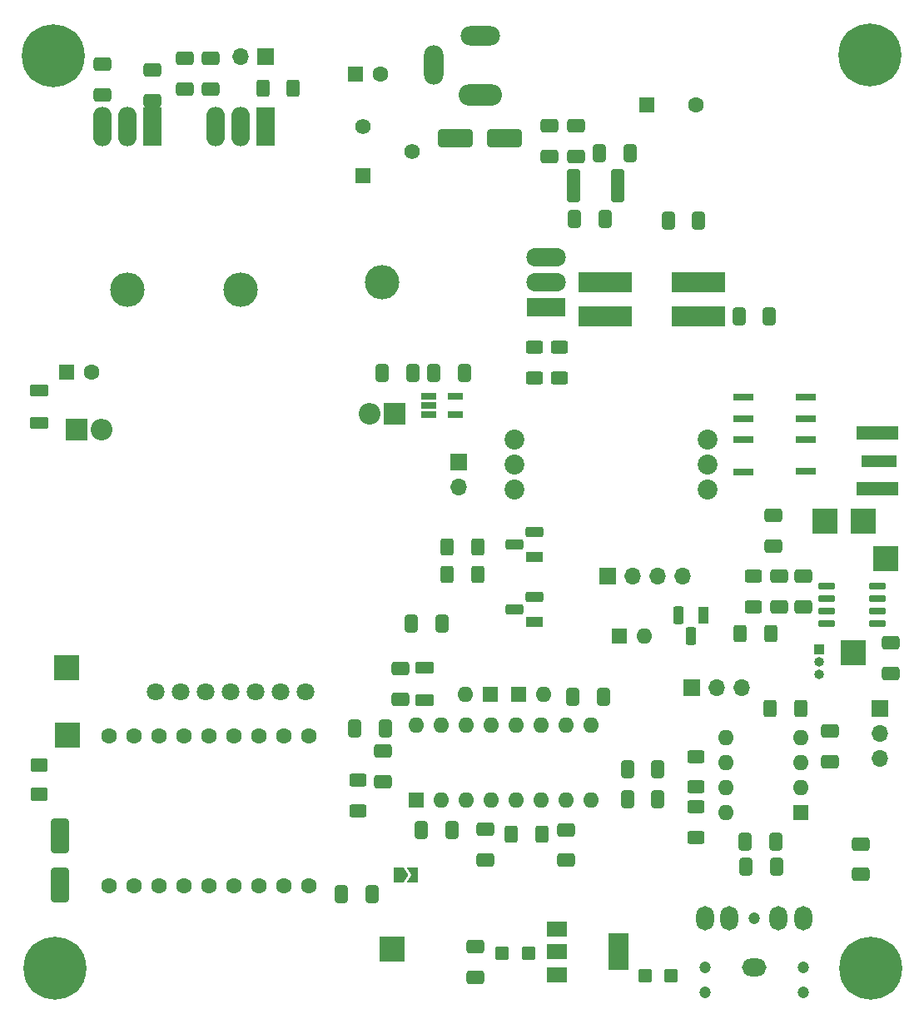
<source format=gbr>
%TF.GenerationSoftware,KiCad,Pcbnew,8.99.0-unknown-498d2c9db1~178~ubuntu22.04.1*%
%TF.CreationDate,2024-05-21T12:15:03+05:30*%
%TF.ProjectId,DDX-4,4444582d-342e-46b6-9963-61645f706362,rev?*%
%TF.SameCoordinates,Original*%
%TF.FileFunction,Soldermask,Top*%
%TF.FilePolarity,Negative*%
%FSLAX46Y46*%
G04 Gerber Fmt 4.6, Leading zero omitted, Abs format (unit mm)*
G04 Created by KiCad (PCBNEW 8.99.0-unknown-498d2c9db1~178~ubuntu22.04.1) date 2024-05-21 12:15:03*
%MOMM*%
%LPD*%
G01*
G04 APERTURE LIST*
G04 Aperture macros list*
%AMRoundRect*
0 Rectangle with rounded corners*
0 $1 Rounding radius*
0 $2 $3 $4 $5 $6 $7 $8 $9 X,Y pos of 4 corners*
0 Add a 4 corners polygon primitive as box body*
4,1,4,$2,$3,$4,$5,$6,$7,$8,$9,$2,$3,0*
0 Add four circle primitives for the rounded corners*
1,1,$1+$1,$2,$3*
1,1,$1+$1,$4,$5*
1,1,$1+$1,$6,$7*
1,1,$1+$1,$8,$9*
0 Add four rect primitives between the rounded corners*
20,1,$1+$1,$2,$3,$4,$5,0*
20,1,$1+$1,$4,$5,$6,$7,0*
20,1,$1+$1,$6,$7,$8,$9,0*
20,1,$1+$1,$8,$9,$2,$3,0*%
%AMFreePoly0*
4,1,6,1.000000,0.000000,0.500000,-0.750000,-0.500000,-0.750000,-0.500000,0.750000,0.500000,0.750000,1.000000,0.000000,1.000000,0.000000,$1*%
%AMFreePoly1*
4,1,6,0.500000,-0.750000,-0.650000,-0.750000,-0.150000,0.000000,-0.650000,0.750000,0.500000,0.750000,0.500000,-0.750000,0.500000,-0.750000,$1*%
G04 Aperture macros list end*
%ADD10RoundRect,0.250000X0.412500X0.650000X-0.412500X0.650000X-0.412500X-0.650000X0.412500X-0.650000X0*%
%ADD11O,3.500000X3.500000*%
%ADD12R,4.000000X1.905000*%
%ADD13O,4.000000X1.905000*%
%ADD14RoundRect,0.250000X-1.500000X-0.650000X1.500000X-0.650000X1.500000X0.650000X-1.500000X0.650000X0*%
%ADD15R,1.600000X1.600000*%
%ADD16C,1.600000*%
%ADD17RoundRect,0.250000X-0.400000X-0.625000X0.400000X-0.625000X0.400000X0.625000X-0.400000X0.625000X0*%
%ADD18R,1.560000X1.560000*%
%ADD19C,1.560000*%
%ADD20R,2.000000X1.500000*%
%ADD21R,2.000000X3.800000*%
%ADD22RoundRect,0.250000X0.625000X-0.400000X0.625000X0.400000X-0.625000X0.400000X-0.625000X-0.400000X0*%
%ADD23R,2.500000X2.500000*%
%ADD24R,2.200000X2.200000*%
%ADD25O,2.200000X2.200000*%
%ADD26C,0.800000*%
%ADD27C,6.400000*%
%ADD28RoundRect,0.250000X-0.412500X-0.650000X0.412500X-0.650000X0.412500X0.650000X-0.412500X0.650000X0*%
%ADD29R,1.560000X0.650000*%
%ADD30R,3.600000X1.270000*%
%ADD31R,4.200000X1.350000*%
%ADD32RoundRect,0.250000X0.650000X-0.412500X0.650000X0.412500X-0.650000X0.412500X-0.650000X-0.412500X0*%
%ADD33RoundRect,0.250000X-0.625000X0.400000X-0.625000X-0.400000X0.625000X-0.400000X0.625000X0.400000X0*%
%ADD34RoundRect,0.250000X0.700000X-0.362500X0.700000X0.362500X-0.700000X0.362500X-0.700000X-0.362500X0*%
%ADD35O,1.600000X1.600000*%
%ADD36C,2.020000*%
%ADD37O,4.400000X2.200000*%
%ADD38O,4.000000X2.000000*%
%ADD39O,2.000000X4.000000*%
%ADD40R,1.700000X1.700000*%
%ADD41O,1.700000X1.700000*%
%ADD42C,1.200000*%
%ADD43O,1.800000X2.500000*%
%ADD44O,2.500000X1.800000*%
%ADD45RoundRect,0.250000X-0.650000X0.412500X-0.650000X-0.412500X0.650000X-0.412500X0.650000X0.412500X0*%
%ADD46R,1.905000X4.000000*%
%ADD47O,1.905000X4.000000*%
%ADD48R,5.500000X2.150000*%
%ADD49R,1.800000X1.100000*%
%ADD50RoundRect,0.275000X0.625000X-0.275000X0.625000X0.275000X-0.625000X0.275000X-0.625000X-0.275000X0*%
%ADD51RoundRect,0.250000X-0.450000X-0.425000X0.450000X-0.425000X0.450000X0.425000X-0.450000X0.425000X0*%
%ADD52FreePoly0,0.000000*%
%ADD53FreePoly1,0.000000*%
%ADD54R,1.000000X1.000000*%
%ADD55O,1.000000X1.000000*%
%ADD56RoundRect,0.250001X-0.624999X0.462499X-0.624999X-0.462499X0.624999X-0.462499X0.624999X0.462499X0*%
%ADD57R,2.150000X0.800000*%
%ADD58RoundRect,0.250000X0.400000X0.625000X-0.400000X0.625000X-0.400000X-0.625000X0.400000X-0.625000X0*%
%ADD59RoundRect,0.150000X-0.725000X-0.150000X0.725000X-0.150000X0.725000X0.150000X-0.725000X0.150000X0*%
%ADD60RoundRect,0.250000X0.400000X1.450000X-0.400000X1.450000X-0.400000X-1.450000X0.400000X-1.450000X0*%
%ADD61RoundRect,0.250000X0.450000X0.425000X-0.450000X0.425000X-0.450000X-0.425000X0.450000X-0.425000X0*%
%ADD62RoundRect,0.250000X0.650000X-1.500000X0.650000X1.500000X-0.650000X1.500000X-0.650000X-1.500000X0*%
%ADD63R,1.100000X1.800000*%
%ADD64RoundRect,0.275000X0.275000X0.625000X-0.275000X0.625000X-0.275000X-0.625000X0.275000X-0.625000X0*%
%ADD65C,1.800000*%
G04 APERTURE END LIST*
D10*
%TO.C,C7*%
X213272500Y-92850000D03*
X210147500Y-92850000D03*
%TD*%
D11*
%TO.C,Q2*%
X173876000Y-89407000D03*
D12*
X190536000Y-91947000D03*
D13*
X190536000Y-89407000D03*
X190536000Y-86867000D03*
%TD*%
D14*
%TO.C,D1*%
X181302000Y-74704315D03*
X186302000Y-74704315D03*
%TD*%
D15*
%TO.C,C5*%
X200797349Y-71350000D03*
D16*
X205797349Y-71350000D03*
%TD*%
D15*
%TO.C,C14*%
X171169888Y-68175000D03*
D16*
X173669888Y-68175000D03*
%TD*%
D17*
%TO.C,R5*%
X180480000Y-116270000D03*
X183580000Y-116270000D03*
%TD*%
D18*
%TO.C,RV1*%
X171910000Y-78550000D03*
D19*
X176910000Y-76050000D03*
X171910000Y-73550000D03*
%TD*%
D20*
%TO.C,U4*%
X191630000Y-155190000D03*
X191630000Y-157490000D03*
D21*
X197930000Y-157490000D03*
D20*
X191630000Y-159790000D03*
%TD*%
D22*
%TO.C,R2*%
X211640000Y-122380000D03*
X211640000Y-119280000D03*
%TD*%
D15*
%TO.C,C44*%
X141820000Y-98540000D03*
D16*
X144320000Y-98540000D03*
%TD*%
D23*
%TO.C,TP7*%
X221790000Y-127070000D03*
%TD*%
D24*
%TO.C,D5*%
X142780000Y-104370000D03*
D25*
X145320000Y-104370000D03*
%TD*%
D26*
%TO.C,H3*%
X138152944Y-159132944D03*
X138855888Y-157435888D03*
X138855888Y-160830000D03*
X140552944Y-156732944D03*
D27*
X140552944Y-159132944D03*
D26*
X140552944Y-161532944D03*
X142250000Y-157435888D03*
X142250000Y-160830000D03*
X142952944Y-159132944D03*
%TD*%
D28*
%TO.C,C17*%
X195967500Y-76220000D03*
X199092500Y-76220000D03*
%TD*%
D29*
%TO.C,U2*%
X178600000Y-100950000D03*
X178600000Y-101900000D03*
X178600000Y-102850000D03*
X181300000Y-102850000D03*
X181300000Y-100950000D03*
%TD*%
D30*
%TO.C,ANTENNA1*%
X224430000Y-107555000D03*
D31*
X224230000Y-110380000D03*
X224230000Y-104730000D03*
%TD*%
D32*
%TO.C,C4*%
X214240000Y-122392500D03*
X214240000Y-119267500D03*
%TD*%
D33*
%TO.C,R1*%
X191886000Y-96000000D03*
X191886000Y-99100000D03*
%TD*%
D34*
%TO.C,L5*%
X178190000Y-131912500D03*
X178190000Y-128587500D03*
%TD*%
D15*
%TO.C,D3*%
X197970000Y-125390000D03*
D35*
X200510000Y-125390000D03*
%TD*%
D36*
%TO.C,BPF2*%
X187340000Y-105370000D03*
X187340000Y-107910000D03*
X187340000Y-110450000D03*
X207010000Y-105370000D03*
X207010000Y-107910000D03*
X207010000Y-110450000D03*
%TD*%
D10*
%TO.C,C26*%
X179982500Y-124070000D03*
X176857500Y-124070000D03*
%TD*%
D37*
%TO.C,Power1*%
X183850000Y-70312500D03*
D38*
X183850000Y-64312500D03*
D39*
X179150000Y-67312500D03*
%TD*%
D32*
%TO.C,C30*%
X156400000Y-69700000D03*
X156400000Y-66575000D03*
%TD*%
D40*
%TO.C,VOL1*%
X205334000Y-130580000D03*
D41*
X207874000Y-130580000D03*
X210414000Y-130580000D03*
%TD*%
D33*
%TO.C,R7*%
X171370000Y-140010000D03*
X171370000Y-143110000D03*
%TD*%
D42*
%TO.C,AUDIO1*%
X206680000Y-161590000D03*
X216680000Y-161590000D03*
X206680000Y-159090000D03*
X216680000Y-159090000D03*
X211680000Y-154090000D03*
D43*
X206680000Y-154090000D03*
X209180000Y-154090000D03*
D44*
X211680000Y-159090000D03*
D43*
X216680000Y-154090000D03*
X214180000Y-154090000D03*
%TD*%
D32*
%TO.C,C9*%
X145450000Y-70312500D03*
X145450000Y-67187500D03*
%TD*%
D28*
%TO.C,C29*%
X177813500Y-145128000D03*
X180938500Y-145128000D03*
%TD*%
D10*
%TO.C,C39*%
X201932500Y-141930000D03*
X198807500Y-141930000D03*
%TD*%
D28*
%TO.C,C16*%
X179137500Y-98624500D03*
X182262500Y-98624500D03*
%TD*%
D15*
%TO.C,U7*%
X177356000Y-142058000D03*
D35*
X179896000Y-142058000D03*
X182436000Y-142058000D03*
X184976000Y-142058000D03*
X187516000Y-142058000D03*
X190056000Y-142058000D03*
X192596000Y-142058000D03*
X195136000Y-142058000D03*
X195136000Y-134438000D03*
X192596000Y-134438000D03*
X190056000Y-134438000D03*
X187516000Y-134438000D03*
X184976000Y-134438000D03*
X182436000Y-134438000D03*
X179896000Y-134438000D03*
X177356000Y-134438000D03*
%TD*%
D15*
%TO.C,D9*%
X187714315Y-131280000D03*
D35*
X190254315Y-131280000D03*
%TD*%
D28*
%TO.C,C42*%
X210811000Y-146233000D03*
X213936000Y-146233000D03*
%TD*%
D26*
%TO.C,H4*%
X221130000Y-159130000D03*
X221832944Y-157432944D03*
X221832944Y-160827056D03*
X223530000Y-156730000D03*
D27*
X223530000Y-159130000D03*
D26*
X223530000Y-161530000D03*
X225227056Y-157432944D03*
X225227056Y-160827056D03*
X225930000Y-159130000D03*
%TD*%
D33*
%TO.C,R11*%
X205800000Y-142720000D03*
X205800000Y-145820000D03*
%TD*%
D45*
%TO.C,C2*%
X216700000Y-119267500D03*
X216700000Y-122392500D03*
%TD*%
D23*
%TO.C,TP2*%
X141770000Y-128540000D03*
%TD*%
D45*
%TO.C,C13*%
X213660000Y-113117500D03*
X213660000Y-116242500D03*
%TD*%
D32*
%TO.C,C1*%
X150490000Y-70932500D03*
X150490000Y-67807500D03*
%TD*%
D23*
%TO.C,TP3*%
X218920000Y-113650000D03*
%TD*%
D22*
%TO.C,R10*%
X205810000Y-140696000D03*
X205810000Y-137596000D03*
%TD*%
D11*
%TO.C,U1*%
X147980000Y-90170000D03*
D46*
X150520000Y-73510000D03*
D47*
X147980000Y-73510000D03*
X145440000Y-73510000D03*
%TD*%
D15*
%TO.C,U8*%
X216496000Y-143333000D03*
D35*
X216496000Y-140793000D03*
X216496000Y-138253000D03*
X216496000Y-135713000D03*
X208876000Y-135713000D03*
X208876000Y-138253000D03*
X208876000Y-140793000D03*
X208876000Y-143333000D03*
%TD*%
D48*
%TO.C,T1*%
X196540000Y-89390000D03*
X196540000Y-92820000D03*
X206040000Y-92820000D03*
X206040000Y-89390000D03*
%TD*%
D45*
%TO.C,C37*%
X192620000Y-145047500D03*
X192620000Y-148172500D03*
%TD*%
D17*
%TO.C,R3*%
X180490000Y-119110000D03*
X183590000Y-119110000D03*
%TD*%
D32*
%TO.C,C10*%
X193610000Y-76592500D03*
X193610000Y-73467500D03*
%TD*%
D10*
%TO.C,C35*%
X174210000Y-134770000D03*
X171085000Y-134770000D03*
%TD*%
D24*
%TO.C,D4*%
X175143234Y-102750000D03*
D25*
X172603234Y-102750000D03*
%TD*%
D32*
%TO.C,C32*%
X153825000Y-69725000D03*
X153825000Y-66600000D03*
%TD*%
D23*
%TO.C,TP6*%
X225070000Y-117490000D03*
%TD*%
D49*
%TO.C,Q3*%
X189380000Y-123920000D03*
D50*
X187310000Y-122650000D03*
X189380000Y-121380000D03*
%TD*%
D45*
%TO.C,C36*%
X184324000Y-145020000D03*
X184324000Y-148145000D03*
%TD*%
D51*
%TO.C,C46*%
X200587500Y-159940000D03*
X203287500Y-159940000D03*
%TD*%
D28*
%TO.C,C38*%
X198807500Y-138880000D03*
X201932500Y-138880000D03*
%TD*%
D10*
%TO.C,C3*%
X206080000Y-83070000D03*
X202955000Y-83070000D03*
%TD*%
%TO.C,C23*%
X176967100Y-98624500D03*
X173842100Y-98624500D03*
%TD*%
D40*
%TO.C,J2*%
X196790000Y-119290000D03*
D41*
X199330000Y-119290000D03*
X201870000Y-119290000D03*
X204410000Y-119290000D03*
%TD*%
D32*
%TO.C,C41*%
X219376000Y-138122500D03*
X219376000Y-134997500D03*
%TD*%
%TO.C,C47*%
X183320000Y-160050000D03*
X183320000Y-156925000D03*
%TD*%
D16*
%TO.C,RZ1*%
X153730000Y-150790000D03*
X156270000Y-150790000D03*
X158810000Y-150790000D03*
X161350000Y-150790000D03*
X163890000Y-150790000D03*
X166430000Y-150790000D03*
X166430000Y-135550000D03*
X163890000Y-135550000D03*
X161350000Y-135550000D03*
X158810000Y-135550000D03*
X156270000Y-135550000D03*
X153730000Y-135550000D03*
X151190000Y-135550000D03*
X148650000Y-135550000D03*
X146110000Y-135550000D03*
X146110000Y-150790000D03*
X148650000Y-150790000D03*
X151190000Y-150790000D03*
%TD*%
D52*
%TO.C,JP4*%
X175530000Y-149640000D03*
D53*
X176980000Y-149640000D03*
%TD*%
D28*
%TO.C,C6*%
X193397500Y-82930000D03*
X196522500Y-82930000D03*
%TD*%
D32*
%TO.C,C15*%
X225570000Y-129172500D03*
X225570000Y-126047500D03*
%TD*%
D45*
%TO.C,C43*%
X222526000Y-146490000D03*
X222526000Y-149615000D03*
%TD*%
D40*
%TO.C,GAIN1*%
X224510000Y-132740000D03*
D41*
X224510000Y-135280000D03*
X224510000Y-137820000D03*
%TD*%
D26*
%TO.C,H1*%
X138042944Y-66312944D03*
X138745888Y-64615888D03*
X138745888Y-68010000D03*
X140442944Y-63912944D03*
D27*
X140442944Y-66312944D03*
D26*
X140442944Y-68712944D03*
X142140000Y-64615888D03*
X142140000Y-68010000D03*
X142842944Y-66312944D03*
%TD*%
D15*
%TO.C,D8*%
X184916000Y-131248000D03*
D35*
X182376000Y-131248000D03*
%TD*%
D45*
%TO.C,C31*%
X173990000Y-137047500D03*
X173990000Y-140172500D03*
%TD*%
D54*
%TO.C,GAIN2*%
X218300000Y-126720000D03*
D55*
X218300000Y-127990000D03*
X218300000Y-129260000D03*
%TD*%
D56*
%TO.C,F2*%
X138980000Y-138450000D03*
X138980000Y-141425000D03*
%TD*%
D23*
%TO.C,TP1*%
X141880000Y-135450000D03*
%TD*%
D11*
%TO.C,U3*%
X159480000Y-90170000D03*
D46*
X162020000Y-73510000D03*
D47*
X159480000Y-73510000D03*
X156940000Y-73510000D03*
%TD*%
D32*
%TO.C,CX1*%
X175720000Y-131782500D03*
X175720000Y-128657500D03*
%TD*%
D17*
%TO.C,R14*%
X161750000Y-69650000D03*
X164850000Y-69650000D03*
%TD*%
D57*
%TO.C,K1*%
X216970000Y-108620000D03*
X216970000Y-105420000D03*
X216970000Y-103220000D03*
X216970000Y-101020000D03*
X210620000Y-101020000D03*
X210620000Y-103220000D03*
X210620000Y-105420000D03*
X210620000Y-108700000D03*
%TD*%
D34*
%TO.C,L4*%
X138990000Y-103712500D03*
X138990000Y-100387500D03*
%TD*%
D58*
%TO.C,Rin1*%
X216434000Y-132768000D03*
X213334000Y-132768000D03*
%TD*%
D59*
%TO.C,U6*%
X219115000Y-120310000D03*
X219115000Y-121580000D03*
X219115000Y-122850000D03*
X219115000Y-124120000D03*
X224265000Y-124120000D03*
X224265000Y-122850000D03*
X224265000Y-121580000D03*
X224265000Y-120310000D03*
%TD*%
D60*
%TO.C,F1*%
X197815000Y-79570000D03*
X193365000Y-79570000D03*
%TD*%
D10*
%TO.C,C28*%
X196402500Y-131504000D03*
X193277500Y-131504000D03*
%TD*%
D61*
%TO.C,C45*%
X188760000Y-157630000D03*
X186060000Y-157630000D03*
%TD*%
D22*
%TO.C,R12*%
X189350000Y-99100000D03*
X189350000Y-96000000D03*
%TD*%
D26*
%TO.C,H2*%
X221057056Y-66302944D03*
X221760000Y-64605888D03*
X221760000Y-68000000D03*
X223457056Y-63902944D03*
D27*
X223457056Y-66302944D03*
D26*
X223457056Y-68702944D03*
X225154112Y-64605888D03*
X225154112Y-68000000D03*
X225857056Y-66302944D03*
%TD*%
D49*
%TO.C,Q4*%
X189370000Y-117340000D03*
D50*
X187300000Y-116070000D03*
X189370000Y-114800000D03*
%TD*%
D62*
%TO.C,D2*%
X141100000Y-150710000D03*
X141100000Y-145710000D03*
%TD*%
D40*
%TO.C,JP1*%
X181680000Y-107700000D03*
D41*
X181680000Y-110240000D03*
%TD*%
D10*
%TO.C,C12*%
X172852500Y-151610000D03*
X169727500Y-151610000D03*
%TD*%
D40*
%TO.C,JP2*%
X162030000Y-66400000D03*
D41*
X159490000Y-66400000D03*
%TD*%
D23*
%TO.C,TP5*%
X174900000Y-157200000D03*
%TD*%
%TO.C,TP4*%
X222840000Y-113670000D03*
%TD*%
D58*
%TO.C,R4*%
X213380000Y-125090000D03*
X210280000Y-125090000D03*
%TD*%
D63*
%TO.C,Q1*%
X206530000Y-123260000D03*
D64*
X205260000Y-125330000D03*
X203990000Y-123260000D03*
%TD*%
D28*
%TO.C,C25*%
X210857500Y-148780000D03*
X213982500Y-148780000D03*
%TD*%
D17*
%TO.C,R6*%
X187014000Y-145496000D03*
X190114000Y-145496000D03*
%TD*%
D65*
%TO.C,U5*%
X166070500Y-131043200D03*
X163530500Y-131043200D03*
X160990500Y-131043200D03*
X158450500Y-131043200D03*
X155910500Y-131043200D03*
X153370500Y-131043200D03*
X150830500Y-131043200D03*
%TD*%
D32*
%TO.C,C11*%
X190910000Y-76582500D03*
X190910000Y-73457500D03*
%TD*%
M02*

</source>
